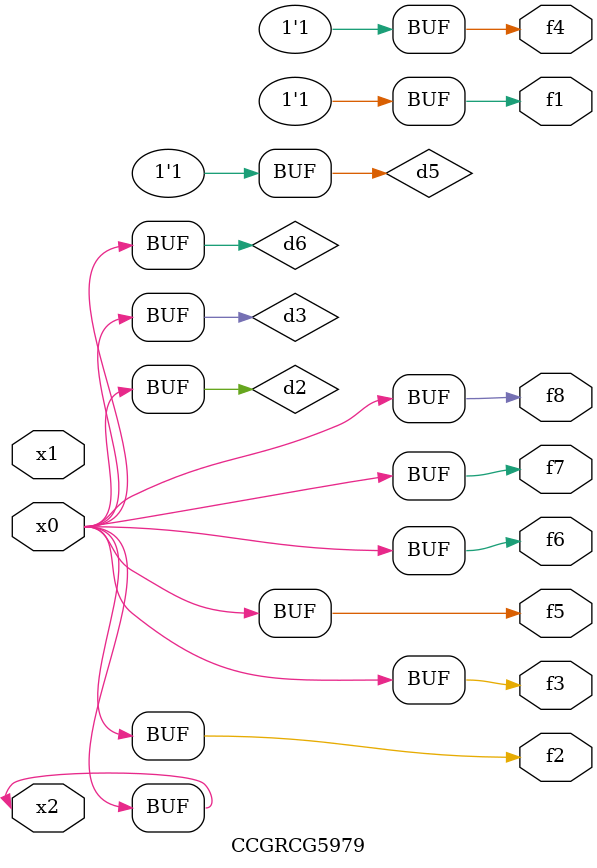
<source format=v>
module CCGRCG5979(
	input x0, x1, x2,
	output f1, f2, f3, f4, f5, f6, f7, f8
);

	wire d1, d2, d3, d4, d5, d6;

	xnor (d1, x2);
	buf (d2, x0, x2);
	and (d3, x0);
	xnor (d4, x1, x2);
	nand (d5, d1, d3);
	buf (d6, d2, d3);
	assign f1 = d5;
	assign f2 = d6;
	assign f3 = d6;
	assign f4 = d5;
	assign f5 = d6;
	assign f6 = d6;
	assign f7 = d6;
	assign f8 = d6;
endmodule

</source>
